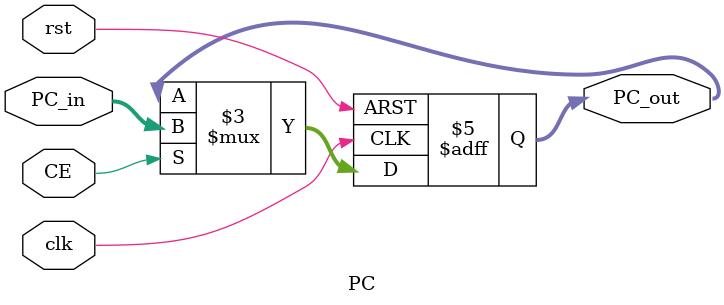
<source format=v>
module PC (
    input clk,
    input rst,
    input [31:0] PC_in, //下一周期的预PC值
    input CE,
    output reg [31:0] PC_out //当前的PC值
);

    always @(posedge clk or posedge rst) begin
        if(rst) PC_out <= 0;
        else if(CE) PC_out = PC_in;
        //否则不变
    end
    
endmodule
</source>
